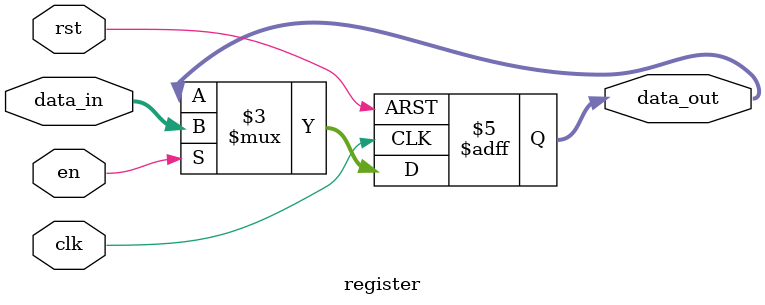
<source format=v>
`timescale 1ns / 1ns
module register #(
    parameter N = 16
) (
    input clk,
    rst,
    en,
    input [N-1:0] data_in,
    output reg [N-1:0] data_out
);

  always @(posedge clk, negedge rst) begin
    if (!rst) begin
      data_out <= 0;
    end else begin
      if (en) begin
        data_out <= data_in;
      end
    end
  end
endmodule

</source>
